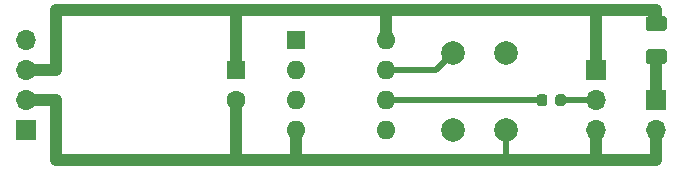
<source format=gbr>
G04 #@! TF.GenerationSoftware,KiCad,Pcbnew,(5.1.0)-1*
G04 #@! TF.CreationDate,2019-03-30T00:31:39+01:00*
G04 #@! TF.ProjectId,UV_Meter,55565f4d-6574-4657-922e-6b696361645f,rev?*
G04 #@! TF.SameCoordinates,Original*
G04 #@! TF.FileFunction,Copper,L1,Top*
G04 #@! TF.FilePolarity,Positive*
%FSLAX46Y46*%
G04 Gerber Fmt 4.6, Leading zero omitted, Abs format (unit mm)*
G04 Created by KiCad (PCBNEW (5.1.0)-1) date 2019-03-30 00:31:39*
%MOMM*%
%LPD*%
G04 APERTURE LIST*
%ADD10C,1.600000*%
%ADD11R,1.600000X1.600000*%
%ADD12O,1.700000X1.700000*%
%ADD13R,1.700000X1.700000*%
%ADD14C,0.100000*%
%ADD15C,1.250000*%
%ADD16O,1.600000X1.600000*%
%ADD17C,2.000000*%
%ADD18C,0.875000*%
%ADD19C,1.000000*%
%ADD20C,0.500000*%
G04 APERTURE END LIST*
D10*
X43180000Y-30440000D03*
D11*
X43180000Y-27940000D03*
D12*
X25400000Y-25400000D03*
X25400000Y-27940000D03*
X25400000Y-30480000D03*
D13*
X25400000Y-33020000D03*
D12*
X73660000Y-33020000D03*
X73660000Y-30480000D03*
D13*
X73660000Y-27940000D03*
D12*
X78740000Y-33020000D03*
D13*
X78740000Y-30480000D03*
D14*
G36*
X79389504Y-23376204D02*
G01*
X79413773Y-23379804D01*
X79437571Y-23385765D01*
X79460671Y-23394030D01*
X79482849Y-23404520D01*
X79503893Y-23417133D01*
X79523598Y-23431747D01*
X79541777Y-23448223D01*
X79558253Y-23466402D01*
X79572867Y-23486107D01*
X79585480Y-23507151D01*
X79595970Y-23529329D01*
X79604235Y-23552429D01*
X79610196Y-23576227D01*
X79613796Y-23600496D01*
X79615000Y-23625000D01*
X79615000Y-24375000D01*
X79613796Y-24399504D01*
X79610196Y-24423773D01*
X79604235Y-24447571D01*
X79595970Y-24470671D01*
X79585480Y-24492849D01*
X79572867Y-24513893D01*
X79558253Y-24533598D01*
X79541777Y-24551777D01*
X79523598Y-24568253D01*
X79503893Y-24582867D01*
X79482849Y-24595480D01*
X79460671Y-24605970D01*
X79437571Y-24614235D01*
X79413773Y-24620196D01*
X79389504Y-24623796D01*
X79365000Y-24625000D01*
X78115000Y-24625000D01*
X78090496Y-24623796D01*
X78066227Y-24620196D01*
X78042429Y-24614235D01*
X78019329Y-24605970D01*
X77997151Y-24595480D01*
X77976107Y-24582867D01*
X77956402Y-24568253D01*
X77938223Y-24551777D01*
X77921747Y-24533598D01*
X77907133Y-24513893D01*
X77894520Y-24492849D01*
X77884030Y-24470671D01*
X77875765Y-24447571D01*
X77869804Y-24423773D01*
X77866204Y-24399504D01*
X77865000Y-24375000D01*
X77865000Y-23625000D01*
X77866204Y-23600496D01*
X77869804Y-23576227D01*
X77875765Y-23552429D01*
X77884030Y-23529329D01*
X77894520Y-23507151D01*
X77907133Y-23486107D01*
X77921747Y-23466402D01*
X77938223Y-23448223D01*
X77956402Y-23431747D01*
X77976107Y-23417133D01*
X77997151Y-23404520D01*
X78019329Y-23394030D01*
X78042429Y-23385765D01*
X78066227Y-23379804D01*
X78090496Y-23376204D01*
X78115000Y-23375000D01*
X79365000Y-23375000D01*
X79389504Y-23376204D01*
X79389504Y-23376204D01*
G37*
D15*
X78740000Y-24000000D03*
D14*
G36*
X79389504Y-26176204D02*
G01*
X79413773Y-26179804D01*
X79437571Y-26185765D01*
X79460671Y-26194030D01*
X79482849Y-26204520D01*
X79503893Y-26217133D01*
X79523598Y-26231747D01*
X79541777Y-26248223D01*
X79558253Y-26266402D01*
X79572867Y-26286107D01*
X79585480Y-26307151D01*
X79595970Y-26329329D01*
X79604235Y-26352429D01*
X79610196Y-26376227D01*
X79613796Y-26400496D01*
X79615000Y-26425000D01*
X79615000Y-27175000D01*
X79613796Y-27199504D01*
X79610196Y-27223773D01*
X79604235Y-27247571D01*
X79595970Y-27270671D01*
X79585480Y-27292849D01*
X79572867Y-27313893D01*
X79558253Y-27333598D01*
X79541777Y-27351777D01*
X79523598Y-27368253D01*
X79503893Y-27382867D01*
X79482849Y-27395480D01*
X79460671Y-27405970D01*
X79437571Y-27414235D01*
X79413773Y-27420196D01*
X79389504Y-27423796D01*
X79365000Y-27425000D01*
X78115000Y-27425000D01*
X78090496Y-27423796D01*
X78066227Y-27420196D01*
X78042429Y-27414235D01*
X78019329Y-27405970D01*
X77997151Y-27395480D01*
X77976107Y-27382867D01*
X77956402Y-27368253D01*
X77938223Y-27351777D01*
X77921747Y-27333598D01*
X77907133Y-27313893D01*
X77894520Y-27292849D01*
X77884030Y-27270671D01*
X77875765Y-27247571D01*
X77869804Y-27223773D01*
X77866204Y-27199504D01*
X77865000Y-27175000D01*
X77865000Y-26425000D01*
X77866204Y-26400496D01*
X77869804Y-26376227D01*
X77875765Y-26352429D01*
X77884030Y-26329329D01*
X77894520Y-26307151D01*
X77907133Y-26286107D01*
X77921747Y-26266402D01*
X77938223Y-26248223D01*
X77956402Y-26231747D01*
X77976107Y-26217133D01*
X77997151Y-26204520D01*
X78019329Y-26194030D01*
X78042429Y-26185765D01*
X78066227Y-26179804D01*
X78090496Y-26176204D01*
X78115000Y-26175000D01*
X79365000Y-26175000D01*
X79389504Y-26176204D01*
X79389504Y-26176204D01*
G37*
D15*
X78740000Y-26800000D03*
D16*
X55880000Y-25400000D03*
X48260000Y-33020000D03*
X55880000Y-27940000D03*
X48260000Y-30480000D03*
X55880000Y-30480000D03*
X48260000Y-27940000D03*
X55880000Y-33020000D03*
D11*
X48260000Y-25400000D03*
D17*
X61540000Y-26520000D03*
X66040000Y-26520000D03*
X61540000Y-33020000D03*
X66040000Y-33020000D03*
D14*
G36*
X70877691Y-30006053D02*
G01*
X70898926Y-30009203D01*
X70919750Y-30014419D01*
X70939962Y-30021651D01*
X70959368Y-30030830D01*
X70977781Y-30041866D01*
X70995024Y-30054654D01*
X71010930Y-30069070D01*
X71025346Y-30084976D01*
X71038134Y-30102219D01*
X71049170Y-30120632D01*
X71058349Y-30140038D01*
X71065581Y-30160250D01*
X71070797Y-30181074D01*
X71073947Y-30202309D01*
X71075000Y-30223750D01*
X71075000Y-30736250D01*
X71073947Y-30757691D01*
X71070797Y-30778926D01*
X71065581Y-30799750D01*
X71058349Y-30819962D01*
X71049170Y-30839368D01*
X71038134Y-30857781D01*
X71025346Y-30875024D01*
X71010930Y-30890930D01*
X70995024Y-30905346D01*
X70977781Y-30918134D01*
X70959368Y-30929170D01*
X70939962Y-30938349D01*
X70919750Y-30945581D01*
X70898926Y-30950797D01*
X70877691Y-30953947D01*
X70856250Y-30955000D01*
X70418750Y-30955000D01*
X70397309Y-30953947D01*
X70376074Y-30950797D01*
X70355250Y-30945581D01*
X70335038Y-30938349D01*
X70315632Y-30929170D01*
X70297219Y-30918134D01*
X70279976Y-30905346D01*
X70264070Y-30890930D01*
X70249654Y-30875024D01*
X70236866Y-30857781D01*
X70225830Y-30839368D01*
X70216651Y-30819962D01*
X70209419Y-30799750D01*
X70204203Y-30778926D01*
X70201053Y-30757691D01*
X70200000Y-30736250D01*
X70200000Y-30223750D01*
X70201053Y-30202309D01*
X70204203Y-30181074D01*
X70209419Y-30160250D01*
X70216651Y-30140038D01*
X70225830Y-30120632D01*
X70236866Y-30102219D01*
X70249654Y-30084976D01*
X70264070Y-30069070D01*
X70279976Y-30054654D01*
X70297219Y-30041866D01*
X70315632Y-30030830D01*
X70335038Y-30021651D01*
X70355250Y-30014419D01*
X70376074Y-30009203D01*
X70397309Y-30006053D01*
X70418750Y-30005000D01*
X70856250Y-30005000D01*
X70877691Y-30006053D01*
X70877691Y-30006053D01*
G37*
D18*
X70637500Y-30480000D03*
D14*
G36*
X69302691Y-30006053D02*
G01*
X69323926Y-30009203D01*
X69344750Y-30014419D01*
X69364962Y-30021651D01*
X69384368Y-30030830D01*
X69402781Y-30041866D01*
X69420024Y-30054654D01*
X69435930Y-30069070D01*
X69450346Y-30084976D01*
X69463134Y-30102219D01*
X69474170Y-30120632D01*
X69483349Y-30140038D01*
X69490581Y-30160250D01*
X69495797Y-30181074D01*
X69498947Y-30202309D01*
X69500000Y-30223750D01*
X69500000Y-30736250D01*
X69498947Y-30757691D01*
X69495797Y-30778926D01*
X69490581Y-30799750D01*
X69483349Y-30819962D01*
X69474170Y-30839368D01*
X69463134Y-30857781D01*
X69450346Y-30875024D01*
X69435930Y-30890930D01*
X69420024Y-30905346D01*
X69402781Y-30918134D01*
X69384368Y-30929170D01*
X69364962Y-30938349D01*
X69344750Y-30945581D01*
X69323926Y-30950797D01*
X69302691Y-30953947D01*
X69281250Y-30955000D01*
X68843750Y-30955000D01*
X68822309Y-30953947D01*
X68801074Y-30950797D01*
X68780250Y-30945581D01*
X68760038Y-30938349D01*
X68740632Y-30929170D01*
X68722219Y-30918134D01*
X68704976Y-30905346D01*
X68689070Y-30890930D01*
X68674654Y-30875024D01*
X68661866Y-30857781D01*
X68650830Y-30839368D01*
X68641651Y-30819962D01*
X68634419Y-30799750D01*
X68629203Y-30778926D01*
X68626053Y-30757691D01*
X68625000Y-30736250D01*
X68625000Y-30223750D01*
X68626053Y-30202309D01*
X68629203Y-30181074D01*
X68634419Y-30160250D01*
X68641651Y-30140038D01*
X68650830Y-30120632D01*
X68661866Y-30102219D01*
X68674654Y-30084976D01*
X68689070Y-30069070D01*
X68704976Y-30054654D01*
X68722219Y-30041866D01*
X68740632Y-30030830D01*
X68760038Y-30021651D01*
X68780250Y-30014419D01*
X68801074Y-30009203D01*
X68822309Y-30006053D01*
X68843750Y-30005000D01*
X69281250Y-30005000D01*
X69302691Y-30006053D01*
X69302691Y-30006053D01*
G37*
D18*
X69062500Y-30480000D03*
D19*
X60960000Y-35560000D02*
X48260000Y-35560000D01*
X73660000Y-33020000D02*
X73660000Y-35560000D01*
X73660000Y-35560000D02*
X71120000Y-35560000D01*
X48260000Y-35560000D02*
X43180000Y-35560000D01*
X34222081Y-35560000D02*
X43180000Y-35560000D01*
X78740000Y-35560000D02*
X78740000Y-33020000D01*
X73660000Y-35560000D02*
X78740000Y-35560000D01*
X25400000Y-30480000D02*
X27940000Y-30480000D01*
X27940000Y-35560000D02*
X34222081Y-35560000D01*
X66040000Y-35560000D02*
X58420000Y-35560000D01*
X27940000Y-30480000D02*
X27940000Y-35560000D01*
X43180000Y-35560000D02*
X43180000Y-30440000D01*
X48260000Y-35560000D02*
X48260000Y-33020000D01*
X68580000Y-35560000D02*
X66040000Y-35560000D01*
X73660000Y-35560000D02*
X68580000Y-35560000D01*
D20*
X66040000Y-33020000D02*
X66040000Y-35560000D01*
D19*
X43180000Y-27940000D02*
X43180000Y-22860000D01*
X55880000Y-25400000D02*
X55880000Y-22860000D01*
X78740000Y-26800000D02*
X78740000Y-30480000D01*
X71120000Y-22860000D02*
X53340000Y-22860000D01*
X73660000Y-27940000D02*
X73660000Y-22860000D01*
X73660000Y-22860000D02*
X68580000Y-22860000D01*
X55880000Y-22860000D02*
X43180000Y-22860000D01*
X43180000Y-22860000D02*
X30480000Y-22860000D01*
X78740000Y-22860000D02*
X78740000Y-24000000D01*
X73660000Y-22860000D02*
X78740000Y-22860000D01*
X25400000Y-27940000D02*
X27940000Y-27940000D01*
X27940000Y-27940000D02*
X27940000Y-22860000D01*
X27940000Y-22860000D02*
X30480000Y-22860000D01*
D20*
X70637500Y-30480000D02*
X73660000Y-30480000D01*
X69062500Y-30480000D02*
X55880000Y-30480000D01*
X55880000Y-27940000D02*
X60120000Y-27940000D01*
X60120000Y-27940000D02*
X61540000Y-26520000D01*
M02*

</source>
